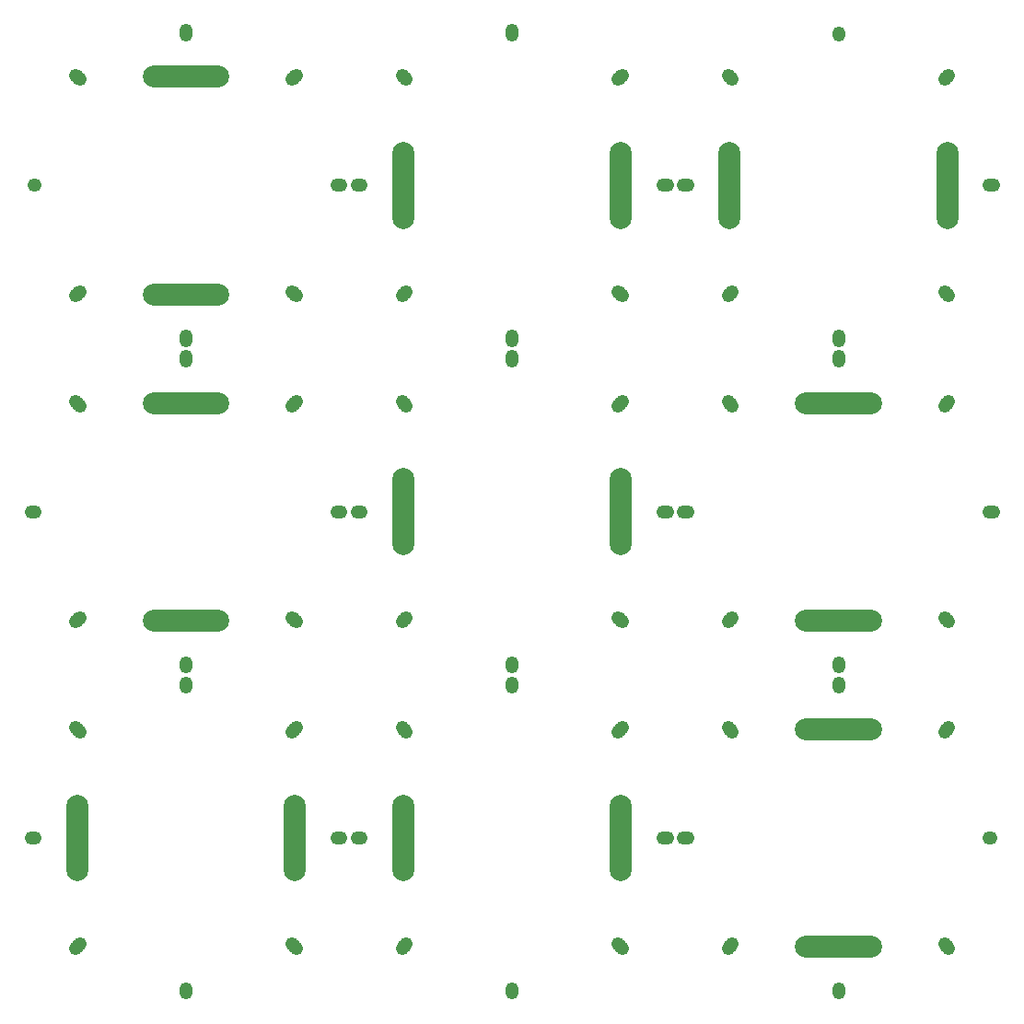
<source format=gbs>
G75*
%MOIN*%
%OFA0B0*%
%FSLAX25Y25*%
%IPPOS*%
%LPD*%
%AMOC8*
5,1,8,0,0,1.08239X$1,22.5*
%
%ADD10C,0.04762*%
%ADD11C,0.07887*%
D10*
X0021290Y0021290D03*
X0021782Y0021782D03*
X0022274Y0022274D03*
X0022767Y0022767D03*
X0006526Y0061152D03*
X0006034Y0061152D03*
X0005542Y0061152D03*
X0005050Y0061152D03*
X0022767Y0099538D03*
X0022274Y0100030D03*
X0021782Y0100522D03*
X0021290Y0101015D03*
X0021290Y0139400D03*
X0021782Y0139893D03*
X0022274Y0140385D03*
X0022767Y0140877D03*
X0061152Y0124637D03*
X0061152Y0124144D03*
X0061152Y0123652D03*
X0061152Y0123160D03*
X0061152Y0117255D03*
X0061152Y0116763D03*
X0061152Y0116270D03*
X0061152Y0115778D03*
X0099538Y0099538D03*
X0100030Y0100030D03*
X0100522Y0100522D03*
X0101015Y0101015D03*
X0101015Y0139400D03*
X0100522Y0139893D03*
X0100030Y0140385D03*
X0099538Y0140877D03*
X0139400Y0139400D03*
X0139893Y0139893D03*
X0140385Y0140385D03*
X0140877Y0140877D03*
X0139400Y0101015D03*
X0139893Y0100522D03*
X0140385Y0100030D03*
X0140877Y0099538D03*
X0124637Y0061152D03*
X0124144Y0061152D03*
X0123652Y0061152D03*
X0123160Y0061152D03*
X0117255Y0061152D03*
X0116763Y0061152D03*
X0116270Y0061152D03*
X0115778Y0061152D03*
X0099538Y0022767D03*
X0100030Y0022274D03*
X0100522Y0021782D03*
X0101015Y0021290D03*
X0139400Y0021290D03*
X0139893Y0021782D03*
X0140385Y0022274D03*
X0140877Y0022767D03*
X0179263Y0006526D03*
X0179263Y0006034D03*
X0179263Y0005542D03*
X0179263Y0005050D03*
X0217648Y0022767D03*
X0218141Y0022274D03*
X0218633Y0021782D03*
X0219125Y0021290D03*
X0257511Y0021290D03*
X0258003Y0021782D03*
X0258495Y0022274D03*
X0258987Y0022767D03*
X0297373Y0006526D03*
X0297373Y0006034D03*
X0297373Y0005542D03*
X0297373Y0005050D03*
X0335759Y0022767D03*
X0336251Y0022274D03*
X0336743Y0021782D03*
X0337235Y0021290D03*
X0351999Y0061152D03*
X0352491Y0061152D03*
X0335759Y0099538D03*
X0336251Y0100030D03*
X0336743Y0100522D03*
X0337235Y0101015D03*
X0337235Y0139400D03*
X0336743Y0139893D03*
X0336251Y0140385D03*
X0335759Y0140877D03*
X0351999Y0179263D03*
X0352491Y0179263D03*
X0352983Y0179263D03*
X0353475Y0179263D03*
X0335759Y0217648D03*
X0336251Y0218141D03*
X0336743Y0218633D03*
X0337235Y0219125D03*
X0337235Y0257511D03*
X0336743Y0258003D03*
X0336251Y0258495D03*
X0335759Y0258987D03*
X0351999Y0297373D03*
X0352491Y0297373D03*
X0352983Y0297373D03*
X0353475Y0297373D03*
X0335759Y0335759D03*
X0336251Y0336251D03*
X0336743Y0336743D03*
X0337235Y0337235D03*
X0297373Y0351999D03*
X0297373Y0352491D03*
X0258987Y0335759D03*
X0258495Y0336251D03*
X0258003Y0336743D03*
X0257511Y0337235D03*
X0219125Y0337235D03*
X0218633Y0336743D03*
X0218141Y0336251D03*
X0217648Y0335759D03*
X0179263Y0351999D03*
X0179263Y0352491D03*
X0179263Y0352983D03*
X0179263Y0353475D03*
X0140877Y0335759D03*
X0140385Y0336251D03*
X0139893Y0336743D03*
X0139400Y0337235D03*
X0101015Y0337235D03*
X0100522Y0336743D03*
X0100030Y0336251D03*
X0099538Y0335759D03*
X0061152Y0351999D03*
X0061152Y0352491D03*
X0061152Y0352983D03*
X0061152Y0353475D03*
X0022767Y0335759D03*
X0022274Y0336251D03*
X0021782Y0336743D03*
X0021290Y0337235D03*
X0006526Y0297373D03*
X0006034Y0297373D03*
X0022767Y0258987D03*
X0022274Y0258495D03*
X0021782Y0258003D03*
X0021290Y0257511D03*
X0021290Y0219125D03*
X0021782Y0218633D03*
X0022274Y0218141D03*
X0022767Y0217648D03*
X0006526Y0179263D03*
X0006034Y0179263D03*
X0005542Y0179263D03*
X0005050Y0179263D03*
X0061152Y0233889D03*
X0061152Y0234381D03*
X0061152Y0234873D03*
X0061152Y0235365D03*
X0061152Y0241270D03*
X0061152Y0241763D03*
X0061152Y0242255D03*
X0061152Y0242747D03*
X0099538Y0258987D03*
X0100030Y0258495D03*
X0100522Y0258003D03*
X0101015Y0257511D03*
X0139400Y0257511D03*
X0139893Y0258003D03*
X0140385Y0258495D03*
X0140877Y0258987D03*
X0124637Y0297373D03*
X0124144Y0297373D03*
X0123652Y0297373D03*
X0123160Y0297373D03*
X0117255Y0297373D03*
X0116763Y0297373D03*
X0116270Y0297373D03*
X0115778Y0297373D03*
X0179263Y0242747D03*
X0179263Y0242255D03*
X0179263Y0241763D03*
X0179263Y0241270D03*
X0179263Y0235365D03*
X0179263Y0234873D03*
X0179263Y0234381D03*
X0179263Y0233889D03*
X0217648Y0217648D03*
X0218141Y0218141D03*
X0218633Y0218633D03*
X0219125Y0219125D03*
X0219125Y0257511D03*
X0218633Y0258003D03*
X0218141Y0258495D03*
X0217648Y0258987D03*
X0233889Y0297373D03*
X0234381Y0297373D03*
X0234873Y0297373D03*
X0235365Y0297373D03*
X0241270Y0297373D03*
X0241763Y0297373D03*
X0242255Y0297373D03*
X0242747Y0297373D03*
X0258987Y0258987D03*
X0258495Y0258495D03*
X0258003Y0258003D03*
X0257511Y0257511D03*
X0257511Y0219125D03*
X0258003Y0218633D03*
X0258495Y0218141D03*
X0258987Y0217648D03*
X0242747Y0179263D03*
X0242255Y0179263D03*
X0241763Y0179263D03*
X0241270Y0179263D03*
X0235365Y0179263D03*
X0234873Y0179263D03*
X0234381Y0179263D03*
X0233889Y0179263D03*
X0217648Y0140877D03*
X0218141Y0140385D03*
X0218633Y0139893D03*
X0219125Y0139400D03*
X0219125Y0101015D03*
X0218633Y0100522D03*
X0218141Y0100030D03*
X0217648Y0099538D03*
X0179263Y0115778D03*
X0179263Y0116270D03*
X0179263Y0116763D03*
X0179263Y0117255D03*
X0179263Y0123160D03*
X0179263Y0123652D03*
X0179263Y0124144D03*
X0179263Y0124637D03*
X0124637Y0179263D03*
X0124144Y0179263D03*
X0123652Y0179263D03*
X0123160Y0179263D03*
X0117255Y0179263D03*
X0116763Y0179263D03*
X0116270Y0179263D03*
X0115778Y0179263D03*
X0099538Y0217648D03*
X0100030Y0218141D03*
X0100522Y0218633D03*
X0101015Y0219125D03*
X0139400Y0219125D03*
X0139893Y0218633D03*
X0140385Y0218141D03*
X0140877Y0217648D03*
X0257511Y0139400D03*
X0258003Y0139893D03*
X0258495Y0140385D03*
X0258987Y0140877D03*
X0297373Y0124637D03*
X0297373Y0124144D03*
X0297373Y0123652D03*
X0297373Y0123160D03*
X0297373Y0117255D03*
X0297373Y0116763D03*
X0297373Y0116270D03*
X0297373Y0115778D03*
X0258987Y0099538D03*
X0258495Y0100030D03*
X0258003Y0100522D03*
X0257511Y0101015D03*
X0242747Y0061152D03*
X0242255Y0061152D03*
X0241763Y0061152D03*
X0241270Y0061152D03*
X0235365Y0061152D03*
X0234873Y0061152D03*
X0234381Y0061152D03*
X0233889Y0061152D03*
X0061152Y0006526D03*
X0061152Y0006034D03*
X0061152Y0005542D03*
X0061152Y0005050D03*
X0297373Y0233889D03*
X0297373Y0234381D03*
X0297373Y0234873D03*
X0297373Y0235365D03*
X0297373Y0241270D03*
X0297373Y0241763D03*
X0297373Y0242255D03*
X0297373Y0242747D03*
D11*
X0297373Y0218633D03*
X0298357Y0218633D03*
X0299341Y0218633D03*
X0300326Y0218633D03*
X0301310Y0218633D03*
X0302294Y0218633D03*
X0303278Y0218633D03*
X0304263Y0218633D03*
X0305247Y0218633D03*
X0306231Y0218633D03*
X0307215Y0218633D03*
X0308200Y0218633D03*
X0309184Y0218633D03*
X0296389Y0218633D03*
X0295404Y0218633D03*
X0294420Y0218633D03*
X0293436Y0218633D03*
X0292452Y0218633D03*
X0291467Y0218633D03*
X0290483Y0218633D03*
X0289499Y0218633D03*
X0288515Y0218633D03*
X0287530Y0218633D03*
X0286546Y0218633D03*
X0285562Y0218633D03*
X0258003Y0285562D03*
X0258003Y0286546D03*
X0258003Y0287530D03*
X0258003Y0288515D03*
X0258003Y0289499D03*
X0258003Y0290483D03*
X0258003Y0291467D03*
X0258003Y0292452D03*
X0258003Y0293436D03*
X0258003Y0294420D03*
X0258003Y0295404D03*
X0258003Y0296389D03*
X0258003Y0297373D03*
X0258003Y0298357D03*
X0258003Y0299341D03*
X0258003Y0300326D03*
X0258003Y0301310D03*
X0258003Y0302294D03*
X0258003Y0303278D03*
X0258003Y0304263D03*
X0258003Y0305247D03*
X0258003Y0306231D03*
X0258003Y0307215D03*
X0258003Y0308200D03*
X0258003Y0309184D03*
X0218633Y0309184D03*
X0218633Y0308200D03*
X0218633Y0307215D03*
X0218633Y0306231D03*
X0218633Y0305247D03*
X0218633Y0304263D03*
X0218633Y0303278D03*
X0218633Y0302294D03*
X0218633Y0301310D03*
X0218633Y0300326D03*
X0218633Y0299341D03*
X0218633Y0298357D03*
X0218633Y0297373D03*
X0218633Y0296389D03*
X0218633Y0295404D03*
X0218633Y0294420D03*
X0218633Y0293436D03*
X0218633Y0292452D03*
X0218633Y0291467D03*
X0218633Y0290483D03*
X0218633Y0289499D03*
X0218633Y0288515D03*
X0218633Y0287530D03*
X0218633Y0286546D03*
X0218633Y0285562D03*
X0139893Y0285562D03*
X0139893Y0286546D03*
X0139893Y0287530D03*
X0139893Y0288515D03*
X0139893Y0289499D03*
X0139893Y0290483D03*
X0139893Y0291467D03*
X0139893Y0292452D03*
X0139893Y0293436D03*
X0139893Y0294420D03*
X0139893Y0295404D03*
X0139893Y0296389D03*
X0139893Y0297373D03*
X0139893Y0298357D03*
X0139893Y0299341D03*
X0139893Y0300326D03*
X0139893Y0301310D03*
X0139893Y0302294D03*
X0139893Y0303278D03*
X0139893Y0304263D03*
X0139893Y0305247D03*
X0139893Y0306231D03*
X0139893Y0307215D03*
X0139893Y0308200D03*
X0139893Y0309184D03*
X0072963Y0336743D03*
X0071979Y0336743D03*
X0070995Y0336743D03*
X0070011Y0336743D03*
X0069026Y0336743D03*
X0068042Y0336743D03*
X0067058Y0336743D03*
X0066074Y0336743D03*
X0065089Y0336743D03*
X0064105Y0336743D03*
X0063121Y0336743D03*
X0062137Y0336743D03*
X0061152Y0336743D03*
X0060168Y0336743D03*
X0059184Y0336743D03*
X0058200Y0336743D03*
X0057215Y0336743D03*
X0056231Y0336743D03*
X0055247Y0336743D03*
X0054263Y0336743D03*
X0053278Y0336743D03*
X0052294Y0336743D03*
X0051310Y0336743D03*
X0050326Y0336743D03*
X0049341Y0336743D03*
X0049341Y0258003D03*
X0050326Y0258003D03*
X0051310Y0258003D03*
X0052294Y0258003D03*
X0053278Y0258003D03*
X0054263Y0258003D03*
X0055247Y0258003D03*
X0056231Y0258003D03*
X0057215Y0258003D03*
X0058200Y0258003D03*
X0059184Y0258003D03*
X0060168Y0258003D03*
X0061152Y0258003D03*
X0062137Y0258003D03*
X0063121Y0258003D03*
X0064105Y0258003D03*
X0065089Y0258003D03*
X0066074Y0258003D03*
X0067058Y0258003D03*
X0068042Y0258003D03*
X0069026Y0258003D03*
X0070011Y0258003D03*
X0070995Y0258003D03*
X0071979Y0258003D03*
X0072963Y0258003D03*
X0072963Y0218633D03*
X0071979Y0218633D03*
X0070995Y0218633D03*
X0070011Y0218633D03*
X0069026Y0218633D03*
X0068042Y0218633D03*
X0067058Y0218633D03*
X0066074Y0218633D03*
X0065089Y0218633D03*
X0064105Y0218633D03*
X0063121Y0218633D03*
X0062137Y0218633D03*
X0061152Y0218633D03*
X0060168Y0218633D03*
X0059184Y0218633D03*
X0058200Y0218633D03*
X0057215Y0218633D03*
X0056231Y0218633D03*
X0055247Y0218633D03*
X0054263Y0218633D03*
X0053278Y0218633D03*
X0052294Y0218633D03*
X0051310Y0218633D03*
X0050326Y0218633D03*
X0049341Y0218633D03*
X0049341Y0139893D03*
X0050326Y0139893D03*
X0051310Y0139893D03*
X0052294Y0139893D03*
X0053278Y0139893D03*
X0054263Y0139893D03*
X0055247Y0139893D03*
X0056231Y0139893D03*
X0057215Y0139893D03*
X0058200Y0139893D03*
X0059184Y0139893D03*
X0060168Y0139893D03*
X0061152Y0139893D03*
X0062137Y0139893D03*
X0063121Y0139893D03*
X0064105Y0139893D03*
X0065089Y0139893D03*
X0066074Y0139893D03*
X0067058Y0139893D03*
X0068042Y0139893D03*
X0069026Y0139893D03*
X0070011Y0139893D03*
X0070995Y0139893D03*
X0071979Y0139893D03*
X0072963Y0139893D03*
X0139893Y0167452D03*
X0139893Y0168436D03*
X0139893Y0169420D03*
X0139893Y0170404D03*
X0139893Y0171389D03*
X0139893Y0172373D03*
X0139893Y0173357D03*
X0139893Y0174341D03*
X0139893Y0175326D03*
X0139893Y0176310D03*
X0139893Y0177294D03*
X0139893Y0178278D03*
X0139893Y0179263D03*
X0139893Y0180247D03*
X0139893Y0181231D03*
X0139893Y0182215D03*
X0139893Y0183200D03*
X0139893Y0184184D03*
X0139893Y0185168D03*
X0139893Y0186152D03*
X0139893Y0187137D03*
X0139893Y0188121D03*
X0139893Y0189105D03*
X0139893Y0190089D03*
X0139893Y0191074D03*
X0218633Y0191074D03*
X0218633Y0190089D03*
X0218633Y0189105D03*
X0218633Y0188121D03*
X0218633Y0187137D03*
X0218633Y0186152D03*
X0218633Y0185168D03*
X0218633Y0184184D03*
X0218633Y0183200D03*
X0218633Y0182215D03*
X0218633Y0181231D03*
X0218633Y0180247D03*
X0218633Y0179263D03*
X0218633Y0178278D03*
X0218633Y0177294D03*
X0218633Y0176310D03*
X0218633Y0175326D03*
X0218633Y0174341D03*
X0218633Y0173357D03*
X0218633Y0172373D03*
X0218633Y0171389D03*
X0218633Y0170404D03*
X0218633Y0169420D03*
X0218633Y0168436D03*
X0218633Y0167452D03*
X0285562Y0139893D03*
X0286546Y0139893D03*
X0287530Y0139893D03*
X0288515Y0139893D03*
X0289499Y0139893D03*
X0290483Y0139893D03*
X0291467Y0139893D03*
X0292452Y0139893D03*
X0293436Y0139893D03*
X0294420Y0139893D03*
X0295404Y0139893D03*
X0296389Y0139893D03*
X0297373Y0139893D03*
X0298357Y0139893D03*
X0299341Y0139893D03*
X0300326Y0139893D03*
X0301310Y0139893D03*
X0302294Y0139893D03*
X0303278Y0139893D03*
X0304263Y0139893D03*
X0305247Y0139893D03*
X0306231Y0139893D03*
X0307215Y0139893D03*
X0308200Y0139893D03*
X0309184Y0139893D03*
X0309184Y0100522D03*
X0308200Y0100522D03*
X0307215Y0100522D03*
X0306231Y0100522D03*
X0305247Y0100522D03*
X0304263Y0100522D03*
X0303278Y0100522D03*
X0302294Y0100522D03*
X0301310Y0100522D03*
X0300326Y0100522D03*
X0299341Y0100522D03*
X0298357Y0100522D03*
X0297373Y0100522D03*
X0296389Y0100522D03*
X0295404Y0100522D03*
X0294420Y0100522D03*
X0293436Y0100522D03*
X0292452Y0100522D03*
X0291467Y0100522D03*
X0290483Y0100522D03*
X0289499Y0100522D03*
X0288515Y0100522D03*
X0287530Y0100522D03*
X0286546Y0100522D03*
X0285562Y0100522D03*
X0218633Y0072963D03*
X0218633Y0071979D03*
X0218633Y0070995D03*
X0218633Y0070011D03*
X0218633Y0069026D03*
X0218633Y0068042D03*
X0218633Y0067058D03*
X0218633Y0066074D03*
X0218633Y0065089D03*
X0218633Y0064105D03*
X0218633Y0063121D03*
X0218633Y0062137D03*
X0218633Y0061152D03*
X0218633Y0060168D03*
X0218633Y0059184D03*
X0218633Y0058200D03*
X0218633Y0057215D03*
X0218633Y0056231D03*
X0218633Y0055247D03*
X0218633Y0054263D03*
X0218633Y0053278D03*
X0218633Y0052294D03*
X0218633Y0051310D03*
X0218633Y0050326D03*
X0218633Y0049341D03*
X0285562Y0021782D03*
X0286546Y0021782D03*
X0287530Y0021782D03*
X0288515Y0021782D03*
X0289499Y0021782D03*
X0290483Y0021782D03*
X0291467Y0021782D03*
X0292452Y0021782D03*
X0293436Y0021782D03*
X0294420Y0021782D03*
X0295404Y0021782D03*
X0296389Y0021782D03*
X0297373Y0021782D03*
X0298357Y0021782D03*
X0299341Y0021782D03*
X0300326Y0021782D03*
X0301310Y0021782D03*
X0302294Y0021782D03*
X0303278Y0021782D03*
X0304263Y0021782D03*
X0305247Y0021782D03*
X0306231Y0021782D03*
X0307215Y0021782D03*
X0308200Y0021782D03*
X0309184Y0021782D03*
X0139893Y0049341D03*
X0139893Y0050326D03*
X0139893Y0051310D03*
X0139893Y0052294D03*
X0139893Y0053278D03*
X0139893Y0054263D03*
X0139893Y0055247D03*
X0139893Y0056231D03*
X0139893Y0057215D03*
X0139893Y0058200D03*
X0139893Y0059184D03*
X0139893Y0060168D03*
X0139893Y0061152D03*
X0139893Y0062137D03*
X0139893Y0063121D03*
X0139893Y0064105D03*
X0139893Y0065089D03*
X0139893Y0066074D03*
X0139893Y0067058D03*
X0139893Y0068042D03*
X0139893Y0069026D03*
X0139893Y0070011D03*
X0139893Y0070995D03*
X0139893Y0071979D03*
X0139893Y0072963D03*
X0100522Y0072963D03*
X0100522Y0071979D03*
X0100522Y0070995D03*
X0100522Y0070011D03*
X0100522Y0069026D03*
X0100522Y0068042D03*
X0100522Y0067058D03*
X0100522Y0066074D03*
X0100522Y0065089D03*
X0100522Y0064105D03*
X0100522Y0063121D03*
X0100522Y0062137D03*
X0100522Y0061152D03*
X0100522Y0060168D03*
X0100522Y0059184D03*
X0100522Y0058200D03*
X0100522Y0057215D03*
X0100522Y0056231D03*
X0100522Y0055247D03*
X0100522Y0054263D03*
X0100522Y0053278D03*
X0100522Y0052294D03*
X0100522Y0051310D03*
X0100522Y0050326D03*
X0100522Y0049341D03*
X0021782Y0049341D03*
X0021782Y0050326D03*
X0021782Y0051310D03*
X0021782Y0052294D03*
X0021782Y0053278D03*
X0021782Y0054263D03*
X0021782Y0055247D03*
X0021782Y0056231D03*
X0021782Y0057215D03*
X0021782Y0058200D03*
X0021782Y0059184D03*
X0021782Y0060168D03*
X0021782Y0061152D03*
X0021782Y0062137D03*
X0021782Y0063121D03*
X0021782Y0064105D03*
X0021782Y0065089D03*
X0021782Y0066074D03*
X0021782Y0067058D03*
X0021782Y0068042D03*
X0021782Y0069026D03*
X0021782Y0070011D03*
X0021782Y0070995D03*
X0021782Y0071979D03*
X0021782Y0072963D03*
X0336743Y0285562D03*
X0336743Y0286546D03*
X0336743Y0287530D03*
X0336743Y0288515D03*
X0336743Y0289499D03*
X0336743Y0290483D03*
X0336743Y0291467D03*
X0336743Y0292452D03*
X0336743Y0293436D03*
X0336743Y0294420D03*
X0336743Y0295404D03*
X0336743Y0296389D03*
X0336743Y0297373D03*
X0336743Y0298357D03*
X0336743Y0299341D03*
X0336743Y0300326D03*
X0336743Y0301310D03*
X0336743Y0302294D03*
X0336743Y0303278D03*
X0336743Y0304263D03*
X0336743Y0305247D03*
X0336743Y0306231D03*
X0336743Y0307215D03*
X0336743Y0308200D03*
X0336743Y0309184D03*
M02*

</source>
